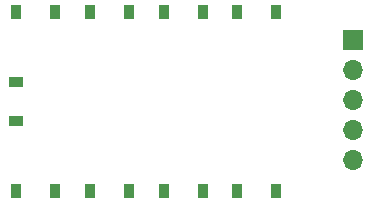
<source format=gts>
G04 #@! TF.GenerationSoftware,KiCad,Pcbnew,6.0.7*
G04 #@! TF.CreationDate,2022-09-09T10:48:34-06:00*
G04 #@! TF.ProjectId,sdt_pa_diode,7364745f-7061-45f6-9469-6f64652e6b69,rev?*
G04 #@! TF.SameCoordinates,Original*
G04 #@! TF.FileFunction,Soldermask,Top*
G04 #@! TF.FilePolarity,Negative*
%FSLAX46Y46*%
G04 Gerber Fmt 4.6, Leading zero omitted, Abs format (unit mm)*
G04 Created by KiCad (PCBNEW 6.0.7) date 2022-09-09 10:48:34*
%MOMM*%
%LPD*%
G01*
G04 APERTURE LIST*
%ADD10R,0.900000X1.200000*%
%ADD11R,1.700000X1.700000*%
%ADD12O,1.700000X1.700000*%
%ADD13R,1.200000X0.900000*%
G04 APERTURE END LIST*
D10*
X131200000Y-87400000D03*
X134500000Y-87400000D03*
X140800000Y-102550000D03*
X137500000Y-102550000D03*
X137500000Y-87400000D03*
X140800000Y-87400000D03*
D11*
X153475000Y-89775000D03*
D12*
X153475000Y-92315000D03*
X153475000Y-94855000D03*
X153475000Y-97395000D03*
X153475000Y-99935000D03*
D13*
X124950000Y-96650000D03*
X124950000Y-93350000D03*
D10*
X124950000Y-87400000D03*
X128250000Y-87400000D03*
X147000000Y-102550000D03*
X143700000Y-102550000D03*
X134550000Y-102550000D03*
X131250000Y-102550000D03*
X143700000Y-87400000D03*
X147000000Y-87400000D03*
X128250000Y-102550000D03*
X124950000Y-102550000D03*
M02*

</source>
